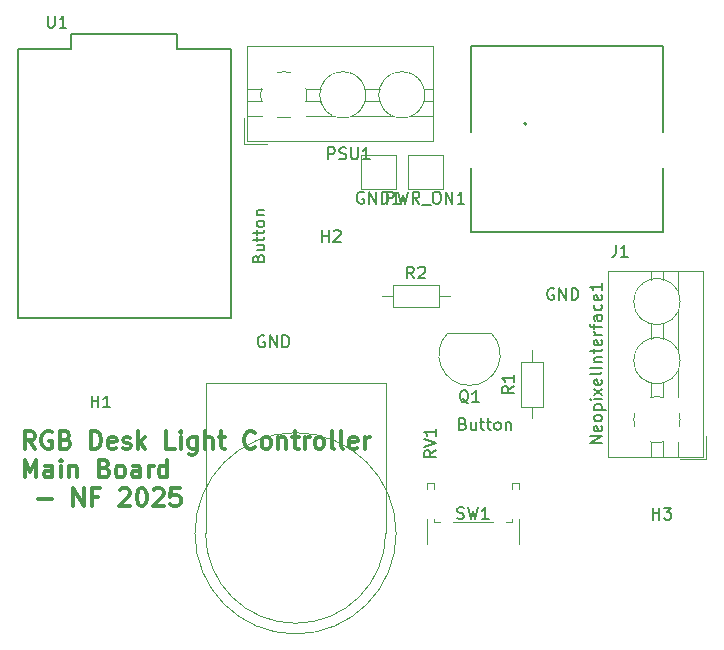
<source format=gbr>
%TF.GenerationSoftware,KiCad,Pcbnew,8.0.6*%
%TF.CreationDate,2025-03-17T22:04:28-06:00*%
%TF.ProjectId,Eli-Neopixel,456c692d-4e65-46f7-9069-78656c2e6b69,rev?*%
%TF.SameCoordinates,Original*%
%TF.FileFunction,Legend,Top*%
%TF.FilePolarity,Positive*%
%FSLAX46Y46*%
G04 Gerber Fmt 4.6, Leading zero omitted, Abs format (unit mm)*
G04 Created by KiCad (PCBNEW 8.0.6) date 2025-03-17 22:04:28*
%MOMM*%
%LPD*%
G01*
G04 APERTURE LIST*
%ADD10C,0.150000*%
%ADD11C,0.300000*%
%ADD12C,0.120000*%
%ADD13C,0.127000*%
%ADD14C,0.100000*%
%ADD15C,0.200000*%
G04 APERTURE END LIST*
D10*
X166860588Y-67417438D02*
X166765350Y-67369819D01*
X166765350Y-67369819D02*
X166622493Y-67369819D01*
X166622493Y-67369819D02*
X166479636Y-67417438D01*
X166479636Y-67417438D02*
X166384398Y-67512676D01*
X166384398Y-67512676D02*
X166336779Y-67607914D01*
X166336779Y-67607914D02*
X166289160Y-67798390D01*
X166289160Y-67798390D02*
X166289160Y-67941247D01*
X166289160Y-67941247D02*
X166336779Y-68131723D01*
X166336779Y-68131723D02*
X166384398Y-68226961D01*
X166384398Y-68226961D02*
X166479636Y-68322200D01*
X166479636Y-68322200D02*
X166622493Y-68369819D01*
X166622493Y-68369819D02*
X166717731Y-68369819D01*
X166717731Y-68369819D02*
X166860588Y-68322200D01*
X166860588Y-68322200D02*
X166908207Y-68274580D01*
X166908207Y-68274580D02*
X166908207Y-67941247D01*
X166908207Y-67941247D02*
X166717731Y-67941247D01*
X167336779Y-68369819D02*
X167336779Y-67369819D01*
X167336779Y-67369819D02*
X167908207Y-68369819D01*
X167908207Y-68369819D02*
X167908207Y-67369819D01*
X168384398Y-68369819D02*
X168384398Y-67369819D01*
X168384398Y-67369819D02*
X168622493Y-67369819D01*
X168622493Y-67369819D02*
X168765350Y-67417438D01*
X168765350Y-67417438D02*
X168860588Y-67512676D01*
X168860588Y-67512676D02*
X168908207Y-67607914D01*
X168908207Y-67607914D02*
X168955826Y-67798390D01*
X168955826Y-67798390D02*
X168955826Y-67941247D01*
X168955826Y-67941247D02*
X168908207Y-68131723D01*
X168908207Y-68131723D02*
X168860588Y-68226961D01*
X168860588Y-68226961D02*
X168765350Y-68322200D01*
X168765350Y-68322200D02*
X168622493Y-68369819D01*
X168622493Y-68369819D02*
X168384398Y-68369819D01*
D11*
X122911653Y-80970996D02*
X122411653Y-80256710D01*
X122054510Y-80970996D02*
X122054510Y-79470996D01*
X122054510Y-79470996D02*
X122625939Y-79470996D01*
X122625939Y-79470996D02*
X122768796Y-79542425D01*
X122768796Y-79542425D02*
X122840225Y-79613853D01*
X122840225Y-79613853D02*
X122911653Y-79756710D01*
X122911653Y-79756710D02*
X122911653Y-79970996D01*
X122911653Y-79970996D02*
X122840225Y-80113853D01*
X122840225Y-80113853D02*
X122768796Y-80185282D01*
X122768796Y-80185282D02*
X122625939Y-80256710D01*
X122625939Y-80256710D02*
X122054510Y-80256710D01*
X124340225Y-79542425D02*
X124197368Y-79470996D01*
X124197368Y-79470996D02*
X123983082Y-79470996D01*
X123983082Y-79470996D02*
X123768796Y-79542425D01*
X123768796Y-79542425D02*
X123625939Y-79685282D01*
X123625939Y-79685282D02*
X123554510Y-79828139D01*
X123554510Y-79828139D02*
X123483082Y-80113853D01*
X123483082Y-80113853D02*
X123483082Y-80328139D01*
X123483082Y-80328139D02*
X123554510Y-80613853D01*
X123554510Y-80613853D02*
X123625939Y-80756710D01*
X123625939Y-80756710D02*
X123768796Y-80899568D01*
X123768796Y-80899568D02*
X123983082Y-80970996D01*
X123983082Y-80970996D02*
X124125939Y-80970996D01*
X124125939Y-80970996D02*
X124340225Y-80899568D01*
X124340225Y-80899568D02*
X124411653Y-80828139D01*
X124411653Y-80828139D02*
X124411653Y-80328139D01*
X124411653Y-80328139D02*
X124125939Y-80328139D01*
X125554510Y-80185282D02*
X125768796Y-80256710D01*
X125768796Y-80256710D02*
X125840225Y-80328139D01*
X125840225Y-80328139D02*
X125911653Y-80470996D01*
X125911653Y-80470996D02*
X125911653Y-80685282D01*
X125911653Y-80685282D02*
X125840225Y-80828139D01*
X125840225Y-80828139D02*
X125768796Y-80899568D01*
X125768796Y-80899568D02*
X125625939Y-80970996D01*
X125625939Y-80970996D02*
X125054510Y-80970996D01*
X125054510Y-80970996D02*
X125054510Y-79470996D01*
X125054510Y-79470996D02*
X125554510Y-79470996D01*
X125554510Y-79470996D02*
X125697368Y-79542425D01*
X125697368Y-79542425D02*
X125768796Y-79613853D01*
X125768796Y-79613853D02*
X125840225Y-79756710D01*
X125840225Y-79756710D02*
X125840225Y-79899568D01*
X125840225Y-79899568D02*
X125768796Y-80042425D01*
X125768796Y-80042425D02*
X125697368Y-80113853D01*
X125697368Y-80113853D02*
X125554510Y-80185282D01*
X125554510Y-80185282D02*
X125054510Y-80185282D01*
X127697367Y-80970996D02*
X127697367Y-79470996D01*
X127697367Y-79470996D02*
X128054510Y-79470996D01*
X128054510Y-79470996D02*
X128268796Y-79542425D01*
X128268796Y-79542425D02*
X128411653Y-79685282D01*
X128411653Y-79685282D02*
X128483082Y-79828139D01*
X128483082Y-79828139D02*
X128554510Y-80113853D01*
X128554510Y-80113853D02*
X128554510Y-80328139D01*
X128554510Y-80328139D02*
X128483082Y-80613853D01*
X128483082Y-80613853D02*
X128411653Y-80756710D01*
X128411653Y-80756710D02*
X128268796Y-80899568D01*
X128268796Y-80899568D02*
X128054510Y-80970996D01*
X128054510Y-80970996D02*
X127697367Y-80970996D01*
X129768796Y-80899568D02*
X129625939Y-80970996D01*
X129625939Y-80970996D02*
X129340225Y-80970996D01*
X129340225Y-80970996D02*
X129197367Y-80899568D01*
X129197367Y-80899568D02*
X129125939Y-80756710D01*
X129125939Y-80756710D02*
X129125939Y-80185282D01*
X129125939Y-80185282D02*
X129197367Y-80042425D01*
X129197367Y-80042425D02*
X129340225Y-79970996D01*
X129340225Y-79970996D02*
X129625939Y-79970996D01*
X129625939Y-79970996D02*
X129768796Y-80042425D01*
X129768796Y-80042425D02*
X129840225Y-80185282D01*
X129840225Y-80185282D02*
X129840225Y-80328139D01*
X129840225Y-80328139D02*
X129125939Y-80470996D01*
X130411653Y-80899568D02*
X130554510Y-80970996D01*
X130554510Y-80970996D02*
X130840224Y-80970996D01*
X130840224Y-80970996D02*
X130983081Y-80899568D01*
X130983081Y-80899568D02*
X131054510Y-80756710D01*
X131054510Y-80756710D02*
X131054510Y-80685282D01*
X131054510Y-80685282D02*
X130983081Y-80542425D01*
X130983081Y-80542425D02*
X130840224Y-80470996D01*
X130840224Y-80470996D02*
X130625939Y-80470996D01*
X130625939Y-80470996D02*
X130483081Y-80399568D01*
X130483081Y-80399568D02*
X130411653Y-80256710D01*
X130411653Y-80256710D02*
X130411653Y-80185282D01*
X130411653Y-80185282D02*
X130483081Y-80042425D01*
X130483081Y-80042425D02*
X130625939Y-79970996D01*
X130625939Y-79970996D02*
X130840224Y-79970996D01*
X130840224Y-79970996D02*
X130983081Y-80042425D01*
X131697367Y-80970996D02*
X131697367Y-79470996D01*
X131840225Y-80399568D02*
X132268796Y-80970996D01*
X132268796Y-79970996D02*
X131697367Y-80542425D01*
X134768796Y-80970996D02*
X134054510Y-80970996D01*
X134054510Y-80970996D02*
X134054510Y-79470996D01*
X135268796Y-80970996D02*
X135268796Y-79970996D01*
X135268796Y-79470996D02*
X135197368Y-79542425D01*
X135197368Y-79542425D02*
X135268796Y-79613853D01*
X135268796Y-79613853D02*
X135340225Y-79542425D01*
X135340225Y-79542425D02*
X135268796Y-79470996D01*
X135268796Y-79470996D02*
X135268796Y-79613853D01*
X136625940Y-79970996D02*
X136625940Y-81185282D01*
X136625940Y-81185282D02*
X136554511Y-81328139D01*
X136554511Y-81328139D02*
X136483082Y-81399568D01*
X136483082Y-81399568D02*
X136340225Y-81470996D01*
X136340225Y-81470996D02*
X136125940Y-81470996D01*
X136125940Y-81470996D02*
X135983082Y-81399568D01*
X136625940Y-80899568D02*
X136483082Y-80970996D01*
X136483082Y-80970996D02*
X136197368Y-80970996D01*
X136197368Y-80970996D02*
X136054511Y-80899568D01*
X136054511Y-80899568D02*
X135983082Y-80828139D01*
X135983082Y-80828139D02*
X135911654Y-80685282D01*
X135911654Y-80685282D02*
X135911654Y-80256710D01*
X135911654Y-80256710D02*
X135983082Y-80113853D01*
X135983082Y-80113853D02*
X136054511Y-80042425D01*
X136054511Y-80042425D02*
X136197368Y-79970996D01*
X136197368Y-79970996D02*
X136483082Y-79970996D01*
X136483082Y-79970996D02*
X136625940Y-80042425D01*
X137340225Y-80970996D02*
X137340225Y-79470996D01*
X137983083Y-80970996D02*
X137983083Y-80185282D01*
X137983083Y-80185282D02*
X137911654Y-80042425D01*
X137911654Y-80042425D02*
X137768797Y-79970996D01*
X137768797Y-79970996D02*
X137554511Y-79970996D01*
X137554511Y-79970996D02*
X137411654Y-80042425D01*
X137411654Y-80042425D02*
X137340225Y-80113853D01*
X138483083Y-79970996D02*
X139054511Y-79970996D01*
X138697368Y-79470996D02*
X138697368Y-80756710D01*
X138697368Y-80756710D02*
X138768797Y-80899568D01*
X138768797Y-80899568D02*
X138911654Y-80970996D01*
X138911654Y-80970996D02*
X139054511Y-80970996D01*
X141554511Y-80828139D02*
X141483083Y-80899568D01*
X141483083Y-80899568D02*
X141268797Y-80970996D01*
X141268797Y-80970996D02*
X141125940Y-80970996D01*
X141125940Y-80970996D02*
X140911654Y-80899568D01*
X140911654Y-80899568D02*
X140768797Y-80756710D01*
X140768797Y-80756710D02*
X140697368Y-80613853D01*
X140697368Y-80613853D02*
X140625940Y-80328139D01*
X140625940Y-80328139D02*
X140625940Y-80113853D01*
X140625940Y-80113853D02*
X140697368Y-79828139D01*
X140697368Y-79828139D02*
X140768797Y-79685282D01*
X140768797Y-79685282D02*
X140911654Y-79542425D01*
X140911654Y-79542425D02*
X141125940Y-79470996D01*
X141125940Y-79470996D02*
X141268797Y-79470996D01*
X141268797Y-79470996D02*
X141483083Y-79542425D01*
X141483083Y-79542425D02*
X141554511Y-79613853D01*
X142411654Y-80970996D02*
X142268797Y-80899568D01*
X142268797Y-80899568D02*
X142197368Y-80828139D01*
X142197368Y-80828139D02*
X142125940Y-80685282D01*
X142125940Y-80685282D02*
X142125940Y-80256710D01*
X142125940Y-80256710D02*
X142197368Y-80113853D01*
X142197368Y-80113853D02*
X142268797Y-80042425D01*
X142268797Y-80042425D02*
X142411654Y-79970996D01*
X142411654Y-79970996D02*
X142625940Y-79970996D01*
X142625940Y-79970996D02*
X142768797Y-80042425D01*
X142768797Y-80042425D02*
X142840226Y-80113853D01*
X142840226Y-80113853D02*
X142911654Y-80256710D01*
X142911654Y-80256710D02*
X142911654Y-80685282D01*
X142911654Y-80685282D02*
X142840226Y-80828139D01*
X142840226Y-80828139D02*
X142768797Y-80899568D01*
X142768797Y-80899568D02*
X142625940Y-80970996D01*
X142625940Y-80970996D02*
X142411654Y-80970996D01*
X143554511Y-79970996D02*
X143554511Y-80970996D01*
X143554511Y-80113853D02*
X143625940Y-80042425D01*
X143625940Y-80042425D02*
X143768797Y-79970996D01*
X143768797Y-79970996D02*
X143983083Y-79970996D01*
X143983083Y-79970996D02*
X144125940Y-80042425D01*
X144125940Y-80042425D02*
X144197369Y-80185282D01*
X144197369Y-80185282D02*
X144197369Y-80970996D01*
X144697369Y-79970996D02*
X145268797Y-79970996D01*
X144911654Y-79470996D02*
X144911654Y-80756710D01*
X144911654Y-80756710D02*
X144983083Y-80899568D01*
X144983083Y-80899568D02*
X145125940Y-80970996D01*
X145125940Y-80970996D02*
X145268797Y-80970996D01*
X145768797Y-80970996D02*
X145768797Y-79970996D01*
X145768797Y-80256710D02*
X145840226Y-80113853D01*
X145840226Y-80113853D02*
X145911655Y-80042425D01*
X145911655Y-80042425D02*
X146054512Y-79970996D01*
X146054512Y-79970996D02*
X146197369Y-79970996D01*
X146911654Y-80970996D02*
X146768797Y-80899568D01*
X146768797Y-80899568D02*
X146697368Y-80828139D01*
X146697368Y-80828139D02*
X146625940Y-80685282D01*
X146625940Y-80685282D02*
X146625940Y-80256710D01*
X146625940Y-80256710D02*
X146697368Y-80113853D01*
X146697368Y-80113853D02*
X146768797Y-80042425D01*
X146768797Y-80042425D02*
X146911654Y-79970996D01*
X146911654Y-79970996D02*
X147125940Y-79970996D01*
X147125940Y-79970996D02*
X147268797Y-80042425D01*
X147268797Y-80042425D02*
X147340226Y-80113853D01*
X147340226Y-80113853D02*
X147411654Y-80256710D01*
X147411654Y-80256710D02*
X147411654Y-80685282D01*
X147411654Y-80685282D02*
X147340226Y-80828139D01*
X147340226Y-80828139D02*
X147268797Y-80899568D01*
X147268797Y-80899568D02*
X147125940Y-80970996D01*
X147125940Y-80970996D02*
X146911654Y-80970996D01*
X148268797Y-80970996D02*
X148125940Y-80899568D01*
X148125940Y-80899568D02*
X148054511Y-80756710D01*
X148054511Y-80756710D02*
X148054511Y-79470996D01*
X149054511Y-80970996D02*
X148911654Y-80899568D01*
X148911654Y-80899568D02*
X148840225Y-80756710D01*
X148840225Y-80756710D02*
X148840225Y-79470996D01*
X150197368Y-80899568D02*
X150054511Y-80970996D01*
X150054511Y-80970996D02*
X149768797Y-80970996D01*
X149768797Y-80970996D02*
X149625939Y-80899568D01*
X149625939Y-80899568D02*
X149554511Y-80756710D01*
X149554511Y-80756710D02*
X149554511Y-80185282D01*
X149554511Y-80185282D02*
X149625939Y-80042425D01*
X149625939Y-80042425D02*
X149768797Y-79970996D01*
X149768797Y-79970996D02*
X150054511Y-79970996D01*
X150054511Y-79970996D02*
X150197368Y-80042425D01*
X150197368Y-80042425D02*
X150268797Y-80185282D01*
X150268797Y-80185282D02*
X150268797Y-80328139D01*
X150268797Y-80328139D02*
X149554511Y-80470996D01*
X150911653Y-80970996D02*
X150911653Y-79970996D01*
X150911653Y-80256710D02*
X150983082Y-80113853D01*
X150983082Y-80113853D02*
X151054511Y-80042425D01*
X151054511Y-80042425D02*
X151197368Y-79970996D01*
X151197368Y-79970996D02*
X151340225Y-79970996D01*
X122054510Y-83385912D02*
X122054510Y-81885912D01*
X122054510Y-81885912D02*
X122554510Y-82957341D01*
X122554510Y-82957341D02*
X123054510Y-81885912D01*
X123054510Y-81885912D02*
X123054510Y-83385912D01*
X124411654Y-83385912D02*
X124411654Y-82600198D01*
X124411654Y-82600198D02*
X124340225Y-82457341D01*
X124340225Y-82457341D02*
X124197368Y-82385912D01*
X124197368Y-82385912D02*
X123911654Y-82385912D01*
X123911654Y-82385912D02*
X123768796Y-82457341D01*
X124411654Y-83314484D02*
X124268796Y-83385912D01*
X124268796Y-83385912D02*
X123911654Y-83385912D01*
X123911654Y-83385912D02*
X123768796Y-83314484D01*
X123768796Y-83314484D02*
X123697368Y-83171626D01*
X123697368Y-83171626D02*
X123697368Y-83028769D01*
X123697368Y-83028769D02*
X123768796Y-82885912D01*
X123768796Y-82885912D02*
X123911654Y-82814484D01*
X123911654Y-82814484D02*
X124268796Y-82814484D01*
X124268796Y-82814484D02*
X124411654Y-82743055D01*
X125125939Y-83385912D02*
X125125939Y-82385912D01*
X125125939Y-81885912D02*
X125054511Y-81957341D01*
X125054511Y-81957341D02*
X125125939Y-82028769D01*
X125125939Y-82028769D02*
X125197368Y-81957341D01*
X125197368Y-81957341D02*
X125125939Y-81885912D01*
X125125939Y-81885912D02*
X125125939Y-82028769D01*
X125840225Y-82385912D02*
X125840225Y-83385912D01*
X125840225Y-82528769D02*
X125911654Y-82457341D01*
X125911654Y-82457341D02*
X126054511Y-82385912D01*
X126054511Y-82385912D02*
X126268797Y-82385912D01*
X126268797Y-82385912D02*
X126411654Y-82457341D01*
X126411654Y-82457341D02*
X126483083Y-82600198D01*
X126483083Y-82600198D02*
X126483083Y-83385912D01*
X128840225Y-82600198D02*
X129054511Y-82671626D01*
X129054511Y-82671626D02*
X129125940Y-82743055D01*
X129125940Y-82743055D02*
X129197368Y-82885912D01*
X129197368Y-82885912D02*
X129197368Y-83100198D01*
X129197368Y-83100198D02*
X129125940Y-83243055D01*
X129125940Y-83243055D02*
X129054511Y-83314484D01*
X129054511Y-83314484D02*
X128911654Y-83385912D01*
X128911654Y-83385912D02*
X128340225Y-83385912D01*
X128340225Y-83385912D02*
X128340225Y-81885912D01*
X128340225Y-81885912D02*
X128840225Y-81885912D01*
X128840225Y-81885912D02*
X128983083Y-81957341D01*
X128983083Y-81957341D02*
X129054511Y-82028769D01*
X129054511Y-82028769D02*
X129125940Y-82171626D01*
X129125940Y-82171626D02*
X129125940Y-82314484D01*
X129125940Y-82314484D02*
X129054511Y-82457341D01*
X129054511Y-82457341D02*
X128983083Y-82528769D01*
X128983083Y-82528769D02*
X128840225Y-82600198D01*
X128840225Y-82600198D02*
X128340225Y-82600198D01*
X130054511Y-83385912D02*
X129911654Y-83314484D01*
X129911654Y-83314484D02*
X129840225Y-83243055D01*
X129840225Y-83243055D02*
X129768797Y-83100198D01*
X129768797Y-83100198D02*
X129768797Y-82671626D01*
X129768797Y-82671626D02*
X129840225Y-82528769D01*
X129840225Y-82528769D02*
X129911654Y-82457341D01*
X129911654Y-82457341D02*
X130054511Y-82385912D01*
X130054511Y-82385912D02*
X130268797Y-82385912D01*
X130268797Y-82385912D02*
X130411654Y-82457341D01*
X130411654Y-82457341D02*
X130483083Y-82528769D01*
X130483083Y-82528769D02*
X130554511Y-82671626D01*
X130554511Y-82671626D02*
X130554511Y-83100198D01*
X130554511Y-83100198D02*
X130483083Y-83243055D01*
X130483083Y-83243055D02*
X130411654Y-83314484D01*
X130411654Y-83314484D02*
X130268797Y-83385912D01*
X130268797Y-83385912D02*
X130054511Y-83385912D01*
X131840226Y-83385912D02*
X131840226Y-82600198D01*
X131840226Y-82600198D02*
X131768797Y-82457341D01*
X131768797Y-82457341D02*
X131625940Y-82385912D01*
X131625940Y-82385912D02*
X131340226Y-82385912D01*
X131340226Y-82385912D02*
X131197368Y-82457341D01*
X131840226Y-83314484D02*
X131697368Y-83385912D01*
X131697368Y-83385912D02*
X131340226Y-83385912D01*
X131340226Y-83385912D02*
X131197368Y-83314484D01*
X131197368Y-83314484D02*
X131125940Y-83171626D01*
X131125940Y-83171626D02*
X131125940Y-83028769D01*
X131125940Y-83028769D02*
X131197368Y-82885912D01*
X131197368Y-82885912D02*
X131340226Y-82814484D01*
X131340226Y-82814484D02*
X131697368Y-82814484D01*
X131697368Y-82814484D02*
X131840226Y-82743055D01*
X132554511Y-83385912D02*
X132554511Y-82385912D01*
X132554511Y-82671626D02*
X132625940Y-82528769D01*
X132625940Y-82528769D02*
X132697369Y-82457341D01*
X132697369Y-82457341D02*
X132840226Y-82385912D01*
X132840226Y-82385912D02*
X132983083Y-82385912D01*
X134125940Y-83385912D02*
X134125940Y-81885912D01*
X134125940Y-83314484D02*
X133983082Y-83385912D01*
X133983082Y-83385912D02*
X133697368Y-83385912D01*
X133697368Y-83385912D02*
X133554511Y-83314484D01*
X133554511Y-83314484D02*
X133483082Y-83243055D01*
X133483082Y-83243055D02*
X133411654Y-83100198D01*
X133411654Y-83100198D02*
X133411654Y-82671626D01*
X133411654Y-82671626D02*
X133483082Y-82528769D01*
X133483082Y-82528769D02*
X133554511Y-82457341D01*
X133554511Y-82457341D02*
X133697368Y-82385912D01*
X133697368Y-82385912D02*
X133983082Y-82385912D01*
X133983082Y-82385912D02*
X134125940Y-82457341D01*
X123197367Y-85229400D02*
X124340225Y-85229400D01*
X126197367Y-85800828D02*
X126197367Y-84300828D01*
X126197367Y-84300828D02*
X127054510Y-85800828D01*
X127054510Y-85800828D02*
X127054510Y-84300828D01*
X128268796Y-85015114D02*
X127768796Y-85015114D01*
X127768796Y-85800828D02*
X127768796Y-84300828D01*
X127768796Y-84300828D02*
X128483082Y-84300828D01*
X130125939Y-84443685D02*
X130197367Y-84372257D01*
X130197367Y-84372257D02*
X130340225Y-84300828D01*
X130340225Y-84300828D02*
X130697367Y-84300828D01*
X130697367Y-84300828D02*
X130840225Y-84372257D01*
X130840225Y-84372257D02*
X130911653Y-84443685D01*
X130911653Y-84443685D02*
X130983082Y-84586542D01*
X130983082Y-84586542D02*
X130983082Y-84729400D01*
X130983082Y-84729400D02*
X130911653Y-84943685D01*
X130911653Y-84943685D02*
X130054510Y-85800828D01*
X130054510Y-85800828D02*
X130983082Y-85800828D01*
X131911653Y-84300828D02*
X132054510Y-84300828D01*
X132054510Y-84300828D02*
X132197367Y-84372257D01*
X132197367Y-84372257D02*
X132268796Y-84443685D01*
X132268796Y-84443685D02*
X132340224Y-84586542D01*
X132340224Y-84586542D02*
X132411653Y-84872257D01*
X132411653Y-84872257D02*
X132411653Y-85229400D01*
X132411653Y-85229400D02*
X132340224Y-85515114D01*
X132340224Y-85515114D02*
X132268796Y-85657971D01*
X132268796Y-85657971D02*
X132197367Y-85729400D01*
X132197367Y-85729400D02*
X132054510Y-85800828D01*
X132054510Y-85800828D02*
X131911653Y-85800828D01*
X131911653Y-85800828D02*
X131768796Y-85729400D01*
X131768796Y-85729400D02*
X131697367Y-85657971D01*
X131697367Y-85657971D02*
X131625938Y-85515114D01*
X131625938Y-85515114D02*
X131554510Y-85229400D01*
X131554510Y-85229400D02*
X131554510Y-84872257D01*
X131554510Y-84872257D02*
X131625938Y-84586542D01*
X131625938Y-84586542D02*
X131697367Y-84443685D01*
X131697367Y-84443685D02*
X131768796Y-84372257D01*
X131768796Y-84372257D02*
X131911653Y-84300828D01*
X132983081Y-84443685D02*
X133054509Y-84372257D01*
X133054509Y-84372257D02*
X133197367Y-84300828D01*
X133197367Y-84300828D02*
X133554509Y-84300828D01*
X133554509Y-84300828D02*
X133697367Y-84372257D01*
X133697367Y-84372257D02*
X133768795Y-84443685D01*
X133768795Y-84443685D02*
X133840224Y-84586542D01*
X133840224Y-84586542D02*
X133840224Y-84729400D01*
X133840224Y-84729400D02*
X133768795Y-84943685D01*
X133768795Y-84943685D02*
X132911652Y-85800828D01*
X132911652Y-85800828D02*
X133840224Y-85800828D01*
X135197366Y-84300828D02*
X134483080Y-84300828D01*
X134483080Y-84300828D02*
X134411652Y-85015114D01*
X134411652Y-85015114D02*
X134483080Y-84943685D01*
X134483080Y-84943685D02*
X134625938Y-84872257D01*
X134625938Y-84872257D02*
X134983080Y-84872257D01*
X134983080Y-84872257D02*
X135125938Y-84943685D01*
X135125938Y-84943685D02*
X135197366Y-85015114D01*
X135197366Y-85015114D02*
X135268795Y-85157971D01*
X135268795Y-85157971D02*
X135268795Y-85515114D01*
X135268795Y-85515114D02*
X135197366Y-85657971D01*
X135197366Y-85657971D02*
X135125938Y-85729400D01*
X135125938Y-85729400D02*
X134983080Y-85800828D01*
X134983080Y-85800828D02*
X134625938Y-85800828D01*
X134625938Y-85800828D02*
X134483080Y-85729400D01*
X134483080Y-85729400D02*
X134411652Y-85657971D01*
D10*
X159170112Y-78846009D02*
X159312969Y-78893628D01*
X159312969Y-78893628D02*
X159360588Y-78941247D01*
X159360588Y-78941247D02*
X159408207Y-79036485D01*
X159408207Y-79036485D02*
X159408207Y-79179342D01*
X159408207Y-79179342D02*
X159360588Y-79274580D01*
X159360588Y-79274580D02*
X159312969Y-79322200D01*
X159312969Y-79322200D02*
X159217731Y-79369819D01*
X159217731Y-79369819D02*
X158836779Y-79369819D01*
X158836779Y-79369819D02*
X158836779Y-78369819D01*
X158836779Y-78369819D02*
X159170112Y-78369819D01*
X159170112Y-78369819D02*
X159265350Y-78417438D01*
X159265350Y-78417438D02*
X159312969Y-78465057D01*
X159312969Y-78465057D02*
X159360588Y-78560295D01*
X159360588Y-78560295D02*
X159360588Y-78655533D01*
X159360588Y-78655533D02*
X159312969Y-78750771D01*
X159312969Y-78750771D02*
X159265350Y-78798390D01*
X159265350Y-78798390D02*
X159170112Y-78846009D01*
X159170112Y-78846009D02*
X158836779Y-78846009D01*
X160265350Y-78703152D02*
X160265350Y-79369819D01*
X159836779Y-78703152D02*
X159836779Y-79226961D01*
X159836779Y-79226961D02*
X159884398Y-79322200D01*
X159884398Y-79322200D02*
X159979636Y-79369819D01*
X159979636Y-79369819D02*
X160122493Y-79369819D01*
X160122493Y-79369819D02*
X160217731Y-79322200D01*
X160217731Y-79322200D02*
X160265350Y-79274580D01*
X160598684Y-78703152D02*
X160979636Y-78703152D01*
X160741541Y-78369819D02*
X160741541Y-79226961D01*
X160741541Y-79226961D02*
X160789160Y-79322200D01*
X160789160Y-79322200D02*
X160884398Y-79369819D01*
X160884398Y-79369819D02*
X160979636Y-79369819D01*
X161170113Y-78703152D02*
X161551065Y-78703152D01*
X161312970Y-78369819D02*
X161312970Y-79226961D01*
X161312970Y-79226961D02*
X161360589Y-79322200D01*
X161360589Y-79322200D02*
X161455827Y-79369819D01*
X161455827Y-79369819D02*
X161551065Y-79369819D01*
X162027256Y-79369819D02*
X161932018Y-79322200D01*
X161932018Y-79322200D02*
X161884399Y-79274580D01*
X161884399Y-79274580D02*
X161836780Y-79179342D01*
X161836780Y-79179342D02*
X161836780Y-78893628D01*
X161836780Y-78893628D02*
X161884399Y-78798390D01*
X161884399Y-78798390D02*
X161932018Y-78750771D01*
X161932018Y-78750771D02*
X162027256Y-78703152D01*
X162027256Y-78703152D02*
X162170113Y-78703152D01*
X162170113Y-78703152D02*
X162265351Y-78750771D01*
X162265351Y-78750771D02*
X162312970Y-78798390D01*
X162312970Y-78798390D02*
X162360589Y-78893628D01*
X162360589Y-78893628D02*
X162360589Y-79179342D01*
X162360589Y-79179342D02*
X162312970Y-79274580D01*
X162312970Y-79274580D02*
X162265351Y-79322200D01*
X162265351Y-79322200D02*
X162170113Y-79369819D01*
X162170113Y-79369819D02*
X162027256Y-79369819D01*
X162789161Y-78703152D02*
X162789161Y-79369819D01*
X162789161Y-78798390D02*
X162836780Y-78750771D01*
X162836780Y-78750771D02*
X162932018Y-78703152D01*
X162932018Y-78703152D02*
X163074875Y-78703152D01*
X163074875Y-78703152D02*
X163170113Y-78750771D01*
X163170113Y-78750771D02*
X163217732Y-78846009D01*
X163217732Y-78846009D02*
X163217732Y-79369819D01*
X142360588Y-71417438D02*
X142265350Y-71369819D01*
X142265350Y-71369819D02*
X142122493Y-71369819D01*
X142122493Y-71369819D02*
X141979636Y-71417438D01*
X141979636Y-71417438D02*
X141884398Y-71512676D01*
X141884398Y-71512676D02*
X141836779Y-71607914D01*
X141836779Y-71607914D02*
X141789160Y-71798390D01*
X141789160Y-71798390D02*
X141789160Y-71941247D01*
X141789160Y-71941247D02*
X141836779Y-72131723D01*
X141836779Y-72131723D02*
X141884398Y-72226961D01*
X141884398Y-72226961D02*
X141979636Y-72322200D01*
X141979636Y-72322200D02*
X142122493Y-72369819D01*
X142122493Y-72369819D02*
X142217731Y-72369819D01*
X142217731Y-72369819D02*
X142360588Y-72322200D01*
X142360588Y-72322200D02*
X142408207Y-72274580D01*
X142408207Y-72274580D02*
X142408207Y-71941247D01*
X142408207Y-71941247D02*
X142217731Y-71941247D01*
X142836779Y-72369819D02*
X142836779Y-71369819D01*
X142836779Y-71369819D02*
X143408207Y-72369819D01*
X143408207Y-72369819D02*
X143408207Y-71369819D01*
X143884398Y-72369819D02*
X143884398Y-71369819D01*
X143884398Y-71369819D02*
X144122493Y-71369819D01*
X144122493Y-71369819D02*
X144265350Y-71417438D01*
X144265350Y-71417438D02*
X144360588Y-71512676D01*
X144360588Y-71512676D02*
X144408207Y-71607914D01*
X144408207Y-71607914D02*
X144455826Y-71798390D01*
X144455826Y-71798390D02*
X144455826Y-71941247D01*
X144455826Y-71941247D02*
X144408207Y-72131723D01*
X144408207Y-72131723D02*
X144360588Y-72226961D01*
X144360588Y-72226961D02*
X144265350Y-72322200D01*
X144265350Y-72322200D02*
X144122493Y-72369819D01*
X144122493Y-72369819D02*
X143884398Y-72369819D01*
X141846009Y-64829887D02*
X141893628Y-64687030D01*
X141893628Y-64687030D02*
X141941247Y-64639411D01*
X141941247Y-64639411D02*
X142036485Y-64591792D01*
X142036485Y-64591792D02*
X142179342Y-64591792D01*
X142179342Y-64591792D02*
X142274580Y-64639411D01*
X142274580Y-64639411D02*
X142322200Y-64687030D01*
X142322200Y-64687030D02*
X142369819Y-64782268D01*
X142369819Y-64782268D02*
X142369819Y-65163220D01*
X142369819Y-65163220D02*
X141369819Y-65163220D01*
X141369819Y-65163220D02*
X141369819Y-64829887D01*
X141369819Y-64829887D02*
X141417438Y-64734649D01*
X141417438Y-64734649D02*
X141465057Y-64687030D01*
X141465057Y-64687030D02*
X141560295Y-64639411D01*
X141560295Y-64639411D02*
X141655533Y-64639411D01*
X141655533Y-64639411D02*
X141750771Y-64687030D01*
X141750771Y-64687030D02*
X141798390Y-64734649D01*
X141798390Y-64734649D02*
X141846009Y-64829887D01*
X141846009Y-64829887D02*
X141846009Y-65163220D01*
X141703152Y-63734649D02*
X142369819Y-63734649D01*
X141703152Y-64163220D02*
X142226961Y-64163220D01*
X142226961Y-64163220D02*
X142322200Y-64115601D01*
X142322200Y-64115601D02*
X142369819Y-64020363D01*
X142369819Y-64020363D02*
X142369819Y-63877506D01*
X142369819Y-63877506D02*
X142322200Y-63782268D01*
X142322200Y-63782268D02*
X142274580Y-63734649D01*
X141703152Y-63401315D02*
X141703152Y-63020363D01*
X141369819Y-63258458D02*
X142226961Y-63258458D01*
X142226961Y-63258458D02*
X142322200Y-63210839D01*
X142322200Y-63210839D02*
X142369819Y-63115601D01*
X142369819Y-63115601D02*
X142369819Y-63020363D01*
X141703152Y-62829886D02*
X141703152Y-62448934D01*
X141369819Y-62687029D02*
X142226961Y-62687029D01*
X142226961Y-62687029D02*
X142322200Y-62639410D01*
X142322200Y-62639410D02*
X142369819Y-62544172D01*
X142369819Y-62544172D02*
X142369819Y-62448934D01*
X142369819Y-61972743D02*
X142322200Y-62067981D01*
X142322200Y-62067981D02*
X142274580Y-62115600D01*
X142274580Y-62115600D02*
X142179342Y-62163219D01*
X142179342Y-62163219D02*
X141893628Y-62163219D01*
X141893628Y-62163219D02*
X141798390Y-62115600D01*
X141798390Y-62115600D02*
X141750771Y-62067981D01*
X141750771Y-62067981D02*
X141703152Y-61972743D01*
X141703152Y-61972743D02*
X141703152Y-61829886D01*
X141703152Y-61829886D02*
X141750771Y-61734648D01*
X141750771Y-61734648D02*
X141798390Y-61687029D01*
X141798390Y-61687029D02*
X141893628Y-61639410D01*
X141893628Y-61639410D02*
X142179342Y-61639410D01*
X142179342Y-61639410D02*
X142274580Y-61687029D01*
X142274580Y-61687029D02*
X142322200Y-61734648D01*
X142322200Y-61734648D02*
X142369819Y-61829886D01*
X142369819Y-61829886D02*
X142369819Y-61972743D01*
X141703152Y-61210838D02*
X142369819Y-61210838D01*
X141798390Y-61210838D02*
X141750771Y-61163219D01*
X141750771Y-61163219D02*
X141703152Y-61067981D01*
X141703152Y-61067981D02*
X141703152Y-60925124D01*
X141703152Y-60925124D02*
X141750771Y-60829886D01*
X141750771Y-60829886D02*
X141846009Y-60782267D01*
X141846009Y-60782267D02*
X142369819Y-60782267D01*
X158691667Y-86864700D02*
X158834524Y-86912319D01*
X158834524Y-86912319D02*
X159072619Y-86912319D01*
X159072619Y-86912319D02*
X159167857Y-86864700D01*
X159167857Y-86864700D02*
X159215476Y-86817080D01*
X159215476Y-86817080D02*
X159263095Y-86721842D01*
X159263095Y-86721842D02*
X159263095Y-86626604D01*
X159263095Y-86626604D02*
X159215476Y-86531366D01*
X159215476Y-86531366D02*
X159167857Y-86483747D01*
X159167857Y-86483747D02*
X159072619Y-86436128D01*
X159072619Y-86436128D02*
X158882143Y-86388509D01*
X158882143Y-86388509D02*
X158786905Y-86340890D01*
X158786905Y-86340890D02*
X158739286Y-86293271D01*
X158739286Y-86293271D02*
X158691667Y-86198033D01*
X158691667Y-86198033D02*
X158691667Y-86102795D01*
X158691667Y-86102795D02*
X158739286Y-86007557D01*
X158739286Y-86007557D02*
X158786905Y-85959938D01*
X158786905Y-85959938D02*
X158882143Y-85912319D01*
X158882143Y-85912319D02*
X159120238Y-85912319D01*
X159120238Y-85912319D02*
X159263095Y-85959938D01*
X159596429Y-85912319D02*
X159834524Y-86912319D01*
X159834524Y-86912319D02*
X160025000Y-86198033D01*
X160025000Y-86198033D02*
X160215476Y-86912319D01*
X160215476Y-86912319D02*
X160453572Y-85912319D01*
X161358333Y-86912319D02*
X160786905Y-86912319D01*
X161072619Y-86912319D02*
X161072619Y-85912319D01*
X161072619Y-85912319D02*
X160977381Y-86055176D01*
X160977381Y-86055176D02*
X160882143Y-86150414D01*
X160882143Y-86150414D02*
X160786905Y-86198033D01*
X152761905Y-60204819D02*
X152761905Y-59204819D01*
X152761905Y-59204819D02*
X153142857Y-59204819D01*
X153142857Y-59204819D02*
X153238095Y-59252438D01*
X153238095Y-59252438D02*
X153285714Y-59300057D01*
X153285714Y-59300057D02*
X153333333Y-59395295D01*
X153333333Y-59395295D02*
X153333333Y-59538152D01*
X153333333Y-59538152D02*
X153285714Y-59633390D01*
X153285714Y-59633390D02*
X153238095Y-59681009D01*
X153238095Y-59681009D02*
X153142857Y-59728628D01*
X153142857Y-59728628D02*
X152761905Y-59728628D01*
X153666667Y-59204819D02*
X153904762Y-60204819D01*
X153904762Y-60204819D02*
X154095238Y-59490533D01*
X154095238Y-59490533D02*
X154285714Y-60204819D01*
X154285714Y-60204819D02*
X154523810Y-59204819D01*
X155476190Y-60204819D02*
X155142857Y-59728628D01*
X154904762Y-60204819D02*
X154904762Y-59204819D01*
X154904762Y-59204819D02*
X155285714Y-59204819D01*
X155285714Y-59204819D02*
X155380952Y-59252438D01*
X155380952Y-59252438D02*
X155428571Y-59300057D01*
X155428571Y-59300057D02*
X155476190Y-59395295D01*
X155476190Y-59395295D02*
X155476190Y-59538152D01*
X155476190Y-59538152D02*
X155428571Y-59633390D01*
X155428571Y-59633390D02*
X155380952Y-59681009D01*
X155380952Y-59681009D02*
X155285714Y-59728628D01*
X155285714Y-59728628D02*
X154904762Y-59728628D01*
X155666667Y-60300057D02*
X156428571Y-60300057D01*
X156857143Y-59204819D02*
X157047619Y-59204819D01*
X157047619Y-59204819D02*
X157142857Y-59252438D01*
X157142857Y-59252438D02*
X157238095Y-59347676D01*
X157238095Y-59347676D02*
X157285714Y-59538152D01*
X157285714Y-59538152D02*
X157285714Y-59871485D01*
X157285714Y-59871485D02*
X157238095Y-60061961D01*
X157238095Y-60061961D02*
X157142857Y-60157200D01*
X157142857Y-60157200D02*
X157047619Y-60204819D01*
X157047619Y-60204819D02*
X156857143Y-60204819D01*
X156857143Y-60204819D02*
X156761905Y-60157200D01*
X156761905Y-60157200D02*
X156666667Y-60061961D01*
X156666667Y-60061961D02*
X156619048Y-59871485D01*
X156619048Y-59871485D02*
X156619048Y-59538152D01*
X156619048Y-59538152D02*
X156666667Y-59347676D01*
X156666667Y-59347676D02*
X156761905Y-59252438D01*
X156761905Y-59252438D02*
X156857143Y-59204819D01*
X157714286Y-60204819D02*
X157714286Y-59204819D01*
X157714286Y-59204819D02*
X158285714Y-60204819D01*
X158285714Y-60204819D02*
X158285714Y-59204819D01*
X159285714Y-60204819D02*
X158714286Y-60204819D01*
X159000000Y-60204819D02*
X159000000Y-59204819D01*
X159000000Y-59204819D02*
X158904762Y-59347676D01*
X158904762Y-59347676D02*
X158809524Y-59442914D01*
X158809524Y-59442914D02*
X158714286Y-59490533D01*
X124023095Y-44302319D02*
X124023095Y-45111842D01*
X124023095Y-45111842D02*
X124070714Y-45207080D01*
X124070714Y-45207080D02*
X124118333Y-45254700D01*
X124118333Y-45254700D02*
X124213571Y-45302319D01*
X124213571Y-45302319D02*
X124404047Y-45302319D01*
X124404047Y-45302319D02*
X124499285Y-45254700D01*
X124499285Y-45254700D02*
X124546904Y-45207080D01*
X124546904Y-45207080D02*
X124594523Y-45111842D01*
X124594523Y-45111842D02*
X124594523Y-44302319D01*
X125594523Y-45302319D02*
X125023095Y-45302319D01*
X125308809Y-45302319D02*
X125308809Y-44302319D01*
X125308809Y-44302319D02*
X125213571Y-44445176D01*
X125213571Y-44445176D02*
X125118333Y-44540414D01*
X125118333Y-44540414D02*
X125023095Y-44588033D01*
X170929819Y-80488095D02*
X169929819Y-80488095D01*
X169929819Y-80488095D02*
X170929819Y-79916667D01*
X170929819Y-79916667D02*
X169929819Y-79916667D01*
X170882200Y-79059524D02*
X170929819Y-79154762D01*
X170929819Y-79154762D02*
X170929819Y-79345238D01*
X170929819Y-79345238D02*
X170882200Y-79440476D01*
X170882200Y-79440476D02*
X170786961Y-79488095D01*
X170786961Y-79488095D02*
X170406009Y-79488095D01*
X170406009Y-79488095D02*
X170310771Y-79440476D01*
X170310771Y-79440476D02*
X170263152Y-79345238D01*
X170263152Y-79345238D02*
X170263152Y-79154762D01*
X170263152Y-79154762D02*
X170310771Y-79059524D01*
X170310771Y-79059524D02*
X170406009Y-79011905D01*
X170406009Y-79011905D02*
X170501247Y-79011905D01*
X170501247Y-79011905D02*
X170596485Y-79488095D01*
X170929819Y-78440476D02*
X170882200Y-78535714D01*
X170882200Y-78535714D02*
X170834580Y-78583333D01*
X170834580Y-78583333D02*
X170739342Y-78630952D01*
X170739342Y-78630952D02*
X170453628Y-78630952D01*
X170453628Y-78630952D02*
X170358390Y-78583333D01*
X170358390Y-78583333D02*
X170310771Y-78535714D01*
X170310771Y-78535714D02*
X170263152Y-78440476D01*
X170263152Y-78440476D02*
X170263152Y-78297619D01*
X170263152Y-78297619D02*
X170310771Y-78202381D01*
X170310771Y-78202381D02*
X170358390Y-78154762D01*
X170358390Y-78154762D02*
X170453628Y-78107143D01*
X170453628Y-78107143D02*
X170739342Y-78107143D01*
X170739342Y-78107143D02*
X170834580Y-78154762D01*
X170834580Y-78154762D02*
X170882200Y-78202381D01*
X170882200Y-78202381D02*
X170929819Y-78297619D01*
X170929819Y-78297619D02*
X170929819Y-78440476D01*
X170263152Y-77678571D02*
X171263152Y-77678571D01*
X170310771Y-77678571D02*
X170263152Y-77583333D01*
X170263152Y-77583333D02*
X170263152Y-77392857D01*
X170263152Y-77392857D02*
X170310771Y-77297619D01*
X170310771Y-77297619D02*
X170358390Y-77250000D01*
X170358390Y-77250000D02*
X170453628Y-77202381D01*
X170453628Y-77202381D02*
X170739342Y-77202381D01*
X170739342Y-77202381D02*
X170834580Y-77250000D01*
X170834580Y-77250000D02*
X170882200Y-77297619D01*
X170882200Y-77297619D02*
X170929819Y-77392857D01*
X170929819Y-77392857D02*
X170929819Y-77583333D01*
X170929819Y-77583333D02*
X170882200Y-77678571D01*
X170929819Y-76773809D02*
X170263152Y-76773809D01*
X169929819Y-76773809D02*
X169977438Y-76821428D01*
X169977438Y-76821428D02*
X170025057Y-76773809D01*
X170025057Y-76773809D02*
X169977438Y-76726190D01*
X169977438Y-76726190D02*
X169929819Y-76773809D01*
X169929819Y-76773809D02*
X170025057Y-76773809D01*
X170929819Y-76392857D02*
X170263152Y-75869048D01*
X170263152Y-76392857D02*
X170929819Y-75869048D01*
X170882200Y-75107143D02*
X170929819Y-75202381D01*
X170929819Y-75202381D02*
X170929819Y-75392857D01*
X170929819Y-75392857D02*
X170882200Y-75488095D01*
X170882200Y-75488095D02*
X170786961Y-75535714D01*
X170786961Y-75535714D02*
X170406009Y-75535714D01*
X170406009Y-75535714D02*
X170310771Y-75488095D01*
X170310771Y-75488095D02*
X170263152Y-75392857D01*
X170263152Y-75392857D02*
X170263152Y-75202381D01*
X170263152Y-75202381D02*
X170310771Y-75107143D01*
X170310771Y-75107143D02*
X170406009Y-75059524D01*
X170406009Y-75059524D02*
X170501247Y-75059524D01*
X170501247Y-75059524D02*
X170596485Y-75535714D01*
X170929819Y-74488095D02*
X170882200Y-74583333D01*
X170882200Y-74583333D02*
X170786961Y-74630952D01*
X170786961Y-74630952D02*
X169929819Y-74630952D01*
X170929819Y-74107142D02*
X169929819Y-74107142D01*
X170263152Y-73630952D02*
X170929819Y-73630952D01*
X170358390Y-73630952D02*
X170310771Y-73583333D01*
X170310771Y-73583333D02*
X170263152Y-73488095D01*
X170263152Y-73488095D02*
X170263152Y-73345238D01*
X170263152Y-73345238D02*
X170310771Y-73250000D01*
X170310771Y-73250000D02*
X170406009Y-73202381D01*
X170406009Y-73202381D02*
X170929819Y-73202381D01*
X170263152Y-72869047D02*
X170263152Y-72488095D01*
X169929819Y-72726190D02*
X170786961Y-72726190D01*
X170786961Y-72726190D02*
X170882200Y-72678571D01*
X170882200Y-72678571D02*
X170929819Y-72583333D01*
X170929819Y-72583333D02*
X170929819Y-72488095D01*
X170882200Y-71773809D02*
X170929819Y-71869047D01*
X170929819Y-71869047D02*
X170929819Y-72059523D01*
X170929819Y-72059523D02*
X170882200Y-72154761D01*
X170882200Y-72154761D02*
X170786961Y-72202380D01*
X170786961Y-72202380D02*
X170406009Y-72202380D01*
X170406009Y-72202380D02*
X170310771Y-72154761D01*
X170310771Y-72154761D02*
X170263152Y-72059523D01*
X170263152Y-72059523D02*
X170263152Y-71869047D01*
X170263152Y-71869047D02*
X170310771Y-71773809D01*
X170310771Y-71773809D02*
X170406009Y-71726190D01*
X170406009Y-71726190D02*
X170501247Y-71726190D01*
X170501247Y-71726190D02*
X170596485Y-72202380D01*
X170929819Y-71297618D02*
X170263152Y-71297618D01*
X170453628Y-71297618D02*
X170358390Y-71249999D01*
X170358390Y-71249999D02*
X170310771Y-71202380D01*
X170310771Y-71202380D02*
X170263152Y-71107142D01*
X170263152Y-71107142D02*
X170263152Y-71011904D01*
X170263152Y-70821427D02*
X170263152Y-70440475D01*
X170929819Y-70678570D02*
X170072676Y-70678570D01*
X170072676Y-70678570D02*
X169977438Y-70630951D01*
X169977438Y-70630951D02*
X169929819Y-70535713D01*
X169929819Y-70535713D02*
X169929819Y-70440475D01*
X170929819Y-69678570D02*
X170406009Y-69678570D01*
X170406009Y-69678570D02*
X170310771Y-69726189D01*
X170310771Y-69726189D02*
X170263152Y-69821427D01*
X170263152Y-69821427D02*
X170263152Y-70011903D01*
X170263152Y-70011903D02*
X170310771Y-70107141D01*
X170882200Y-69678570D02*
X170929819Y-69773808D01*
X170929819Y-69773808D02*
X170929819Y-70011903D01*
X170929819Y-70011903D02*
X170882200Y-70107141D01*
X170882200Y-70107141D02*
X170786961Y-70154760D01*
X170786961Y-70154760D02*
X170691723Y-70154760D01*
X170691723Y-70154760D02*
X170596485Y-70107141D01*
X170596485Y-70107141D02*
X170548866Y-70011903D01*
X170548866Y-70011903D02*
X170548866Y-69773808D01*
X170548866Y-69773808D02*
X170501247Y-69678570D01*
X170882200Y-68773808D02*
X170929819Y-68869046D01*
X170929819Y-68869046D02*
X170929819Y-69059522D01*
X170929819Y-69059522D02*
X170882200Y-69154760D01*
X170882200Y-69154760D02*
X170834580Y-69202379D01*
X170834580Y-69202379D02*
X170739342Y-69249998D01*
X170739342Y-69249998D02*
X170453628Y-69249998D01*
X170453628Y-69249998D02*
X170358390Y-69202379D01*
X170358390Y-69202379D02*
X170310771Y-69154760D01*
X170310771Y-69154760D02*
X170263152Y-69059522D01*
X170263152Y-69059522D02*
X170263152Y-68869046D01*
X170263152Y-68869046D02*
X170310771Y-68773808D01*
X170882200Y-67964284D02*
X170929819Y-68059522D01*
X170929819Y-68059522D02*
X170929819Y-68249998D01*
X170929819Y-68249998D02*
X170882200Y-68345236D01*
X170882200Y-68345236D02*
X170786961Y-68392855D01*
X170786961Y-68392855D02*
X170406009Y-68392855D01*
X170406009Y-68392855D02*
X170310771Y-68345236D01*
X170310771Y-68345236D02*
X170263152Y-68249998D01*
X170263152Y-68249998D02*
X170263152Y-68059522D01*
X170263152Y-68059522D02*
X170310771Y-67964284D01*
X170310771Y-67964284D02*
X170406009Y-67916665D01*
X170406009Y-67916665D02*
X170501247Y-67916665D01*
X170501247Y-67916665D02*
X170596485Y-68392855D01*
X170929819Y-66964284D02*
X170929819Y-67535712D01*
X170929819Y-67249998D02*
X169929819Y-67249998D01*
X169929819Y-67249998D02*
X170072676Y-67345236D01*
X170072676Y-67345236D02*
X170167914Y-67440474D01*
X170167914Y-67440474D02*
X170215533Y-67535712D01*
X163454819Y-75666666D02*
X162978628Y-75999999D01*
X163454819Y-76238094D02*
X162454819Y-76238094D01*
X162454819Y-76238094D02*
X162454819Y-75857142D01*
X162454819Y-75857142D02*
X162502438Y-75761904D01*
X162502438Y-75761904D02*
X162550057Y-75714285D01*
X162550057Y-75714285D02*
X162645295Y-75666666D01*
X162645295Y-75666666D02*
X162788152Y-75666666D01*
X162788152Y-75666666D02*
X162883390Y-75714285D01*
X162883390Y-75714285D02*
X162931009Y-75761904D01*
X162931009Y-75761904D02*
X162978628Y-75857142D01*
X162978628Y-75857142D02*
X162978628Y-76238094D01*
X163454819Y-74714285D02*
X163454819Y-75285713D01*
X163454819Y-74999999D02*
X162454819Y-74999999D01*
X162454819Y-74999999D02*
X162597676Y-75095237D01*
X162597676Y-75095237D02*
X162692914Y-75190475D01*
X162692914Y-75190475D02*
X162740533Y-75285713D01*
X127738095Y-77454819D02*
X127738095Y-76454819D01*
X127738095Y-76931009D02*
X128309523Y-76931009D01*
X128309523Y-77454819D02*
X128309523Y-76454819D01*
X129309523Y-77454819D02*
X128738095Y-77454819D01*
X129023809Y-77454819D02*
X129023809Y-76454819D01*
X129023809Y-76454819D02*
X128928571Y-76597676D01*
X128928571Y-76597676D02*
X128833333Y-76692914D01*
X128833333Y-76692914D02*
X128738095Y-76740533D01*
X147238095Y-63454819D02*
X147238095Y-62454819D01*
X147238095Y-62931009D02*
X147809523Y-62931009D01*
X147809523Y-63454819D02*
X147809523Y-62454819D01*
X148238095Y-62550057D02*
X148285714Y-62502438D01*
X148285714Y-62502438D02*
X148380952Y-62454819D01*
X148380952Y-62454819D02*
X148619047Y-62454819D01*
X148619047Y-62454819D02*
X148714285Y-62502438D01*
X148714285Y-62502438D02*
X148761904Y-62550057D01*
X148761904Y-62550057D02*
X148809523Y-62645295D01*
X148809523Y-62645295D02*
X148809523Y-62740533D01*
X148809523Y-62740533D02*
X148761904Y-62883390D01*
X148761904Y-62883390D02*
X148190476Y-63454819D01*
X148190476Y-63454819D02*
X148809523Y-63454819D01*
X175238095Y-86954819D02*
X175238095Y-85954819D01*
X175238095Y-86431009D02*
X175809523Y-86431009D01*
X175809523Y-86954819D02*
X175809523Y-85954819D01*
X176190476Y-85954819D02*
X176809523Y-85954819D01*
X176809523Y-85954819D02*
X176476190Y-86335771D01*
X176476190Y-86335771D02*
X176619047Y-86335771D01*
X176619047Y-86335771D02*
X176714285Y-86383390D01*
X176714285Y-86383390D02*
X176761904Y-86431009D01*
X176761904Y-86431009D02*
X176809523Y-86526247D01*
X176809523Y-86526247D02*
X176809523Y-86764342D01*
X176809523Y-86764342D02*
X176761904Y-86859580D01*
X176761904Y-86859580D02*
X176714285Y-86907200D01*
X176714285Y-86907200D02*
X176619047Y-86954819D01*
X176619047Y-86954819D02*
X176333333Y-86954819D01*
X176333333Y-86954819D02*
X176238095Y-86907200D01*
X176238095Y-86907200D02*
X176190476Y-86859580D01*
X156884819Y-81095238D02*
X156408628Y-81428571D01*
X156884819Y-81666666D02*
X155884819Y-81666666D01*
X155884819Y-81666666D02*
X155884819Y-81285714D01*
X155884819Y-81285714D02*
X155932438Y-81190476D01*
X155932438Y-81190476D02*
X155980057Y-81142857D01*
X155980057Y-81142857D02*
X156075295Y-81095238D01*
X156075295Y-81095238D02*
X156218152Y-81095238D01*
X156218152Y-81095238D02*
X156313390Y-81142857D01*
X156313390Y-81142857D02*
X156361009Y-81190476D01*
X156361009Y-81190476D02*
X156408628Y-81285714D01*
X156408628Y-81285714D02*
X156408628Y-81666666D01*
X155884819Y-80809523D02*
X156884819Y-80476190D01*
X156884819Y-80476190D02*
X155884819Y-80142857D01*
X156884819Y-79285714D02*
X156884819Y-79857142D01*
X156884819Y-79571428D02*
X155884819Y-79571428D01*
X155884819Y-79571428D02*
X156027676Y-79666666D01*
X156027676Y-79666666D02*
X156122914Y-79761904D01*
X156122914Y-79761904D02*
X156170533Y-79857142D01*
X172131666Y-63699829D02*
X172131666Y-64414114D01*
X172131666Y-64414114D02*
X172084047Y-64556971D01*
X172084047Y-64556971D02*
X171988809Y-64652210D01*
X171988809Y-64652210D02*
X171845952Y-64699829D01*
X171845952Y-64699829D02*
X171750714Y-64699829D01*
X173131666Y-64699829D02*
X172560238Y-64699829D01*
X172845952Y-64699829D02*
X172845952Y-63699829D01*
X172845952Y-63699829D02*
X172750714Y-63842686D01*
X172750714Y-63842686D02*
X172655476Y-63937924D01*
X172655476Y-63937924D02*
X172560238Y-63985543D01*
X150761904Y-59252438D02*
X150666666Y-59204819D01*
X150666666Y-59204819D02*
X150523809Y-59204819D01*
X150523809Y-59204819D02*
X150380952Y-59252438D01*
X150380952Y-59252438D02*
X150285714Y-59347676D01*
X150285714Y-59347676D02*
X150238095Y-59442914D01*
X150238095Y-59442914D02*
X150190476Y-59633390D01*
X150190476Y-59633390D02*
X150190476Y-59776247D01*
X150190476Y-59776247D02*
X150238095Y-59966723D01*
X150238095Y-59966723D02*
X150285714Y-60061961D01*
X150285714Y-60061961D02*
X150380952Y-60157200D01*
X150380952Y-60157200D02*
X150523809Y-60204819D01*
X150523809Y-60204819D02*
X150619047Y-60204819D01*
X150619047Y-60204819D02*
X150761904Y-60157200D01*
X150761904Y-60157200D02*
X150809523Y-60109580D01*
X150809523Y-60109580D02*
X150809523Y-59776247D01*
X150809523Y-59776247D02*
X150619047Y-59776247D01*
X151238095Y-60204819D02*
X151238095Y-59204819D01*
X151238095Y-59204819D02*
X151809523Y-60204819D01*
X151809523Y-60204819D02*
X151809523Y-59204819D01*
X152285714Y-60204819D02*
X152285714Y-59204819D01*
X152285714Y-59204819D02*
X152523809Y-59204819D01*
X152523809Y-59204819D02*
X152666666Y-59252438D01*
X152666666Y-59252438D02*
X152761904Y-59347676D01*
X152761904Y-59347676D02*
X152809523Y-59442914D01*
X152809523Y-59442914D02*
X152857142Y-59633390D01*
X152857142Y-59633390D02*
X152857142Y-59776247D01*
X152857142Y-59776247D02*
X152809523Y-59966723D01*
X152809523Y-59966723D02*
X152761904Y-60061961D01*
X152761904Y-60061961D02*
X152666666Y-60157200D01*
X152666666Y-60157200D02*
X152523809Y-60204819D01*
X152523809Y-60204819D02*
X152285714Y-60204819D01*
X153809523Y-60204819D02*
X153238095Y-60204819D01*
X153523809Y-60204819D02*
X153523809Y-59204819D01*
X153523809Y-59204819D02*
X153428571Y-59347676D01*
X153428571Y-59347676D02*
X153333333Y-59442914D01*
X153333333Y-59442914D02*
X153238095Y-59490533D01*
X147761905Y-56454819D02*
X147761905Y-55454819D01*
X147761905Y-55454819D02*
X148142857Y-55454819D01*
X148142857Y-55454819D02*
X148238095Y-55502438D01*
X148238095Y-55502438D02*
X148285714Y-55550057D01*
X148285714Y-55550057D02*
X148333333Y-55645295D01*
X148333333Y-55645295D02*
X148333333Y-55788152D01*
X148333333Y-55788152D02*
X148285714Y-55883390D01*
X148285714Y-55883390D02*
X148238095Y-55931009D01*
X148238095Y-55931009D02*
X148142857Y-55978628D01*
X148142857Y-55978628D02*
X147761905Y-55978628D01*
X148714286Y-56407200D02*
X148857143Y-56454819D01*
X148857143Y-56454819D02*
X149095238Y-56454819D01*
X149095238Y-56454819D02*
X149190476Y-56407200D01*
X149190476Y-56407200D02*
X149238095Y-56359580D01*
X149238095Y-56359580D02*
X149285714Y-56264342D01*
X149285714Y-56264342D02*
X149285714Y-56169104D01*
X149285714Y-56169104D02*
X149238095Y-56073866D01*
X149238095Y-56073866D02*
X149190476Y-56026247D01*
X149190476Y-56026247D02*
X149095238Y-55978628D01*
X149095238Y-55978628D02*
X148904762Y-55931009D01*
X148904762Y-55931009D02*
X148809524Y-55883390D01*
X148809524Y-55883390D02*
X148761905Y-55835771D01*
X148761905Y-55835771D02*
X148714286Y-55740533D01*
X148714286Y-55740533D02*
X148714286Y-55645295D01*
X148714286Y-55645295D02*
X148761905Y-55550057D01*
X148761905Y-55550057D02*
X148809524Y-55502438D01*
X148809524Y-55502438D02*
X148904762Y-55454819D01*
X148904762Y-55454819D02*
X149142857Y-55454819D01*
X149142857Y-55454819D02*
X149285714Y-55502438D01*
X149714286Y-55454819D02*
X149714286Y-56264342D01*
X149714286Y-56264342D02*
X149761905Y-56359580D01*
X149761905Y-56359580D02*
X149809524Y-56407200D01*
X149809524Y-56407200D02*
X149904762Y-56454819D01*
X149904762Y-56454819D02*
X150095238Y-56454819D01*
X150095238Y-56454819D02*
X150190476Y-56407200D01*
X150190476Y-56407200D02*
X150238095Y-56359580D01*
X150238095Y-56359580D02*
X150285714Y-56264342D01*
X150285714Y-56264342D02*
X150285714Y-55454819D01*
X151285714Y-56454819D02*
X150714286Y-56454819D01*
X151000000Y-56454819D02*
X151000000Y-55454819D01*
X151000000Y-55454819D02*
X150904762Y-55597676D01*
X150904762Y-55597676D02*
X150809524Y-55692914D01*
X150809524Y-55692914D02*
X150714286Y-55740533D01*
X155023333Y-66534819D02*
X154690000Y-66058628D01*
X154451905Y-66534819D02*
X154451905Y-65534819D01*
X154451905Y-65534819D02*
X154832857Y-65534819D01*
X154832857Y-65534819D02*
X154928095Y-65582438D01*
X154928095Y-65582438D02*
X154975714Y-65630057D01*
X154975714Y-65630057D02*
X155023333Y-65725295D01*
X155023333Y-65725295D02*
X155023333Y-65868152D01*
X155023333Y-65868152D02*
X154975714Y-65963390D01*
X154975714Y-65963390D02*
X154928095Y-66011009D01*
X154928095Y-66011009D02*
X154832857Y-66058628D01*
X154832857Y-66058628D02*
X154451905Y-66058628D01*
X155404286Y-65630057D02*
X155451905Y-65582438D01*
X155451905Y-65582438D02*
X155547143Y-65534819D01*
X155547143Y-65534819D02*
X155785238Y-65534819D01*
X155785238Y-65534819D02*
X155880476Y-65582438D01*
X155880476Y-65582438D02*
X155928095Y-65630057D01*
X155928095Y-65630057D02*
X155975714Y-65725295D01*
X155975714Y-65725295D02*
X155975714Y-65820533D01*
X155975714Y-65820533D02*
X155928095Y-65963390D01*
X155928095Y-65963390D02*
X155356667Y-66534819D01*
X155356667Y-66534819D02*
X155975714Y-66534819D01*
X159634761Y-77110057D02*
X159539523Y-77062438D01*
X159539523Y-77062438D02*
X159444285Y-76967200D01*
X159444285Y-76967200D02*
X159301428Y-76824342D01*
X159301428Y-76824342D02*
X159206190Y-76776723D01*
X159206190Y-76776723D02*
X159110952Y-76776723D01*
X159158571Y-77014819D02*
X159063333Y-76967200D01*
X159063333Y-76967200D02*
X158968095Y-76871961D01*
X158968095Y-76871961D02*
X158920476Y-76681485D01*
X158920476Y-76681485D02*
X158920476Y-76348152D01*
X158920476Y-76348152D02*
X158968095Y-76157676D01*
X158968095Y-76157676D02*
X159063333Y-76062438D01*
X159063333Y-76062438D02*
X159158571Y-76014819D01*
X159158571Y-76014819D02*
X159349047Y-76014819D01*
X159349047Y-76014819D02*
X159444285Y-76062438D01*
X159444285Y-76062438D02*
X159539523Y-76157676D01*
X159539523Y-76157676D02*
X159587142Y-76348152D01*
X159587142Y-76348152D02*
X159587142Y-76681485D01*
X159587142Y-76681485D02*
X159539523Y-76871961D01*
X159539523Y-76871961D02*
X159444285Y-76967200D01*
X159444285Y-76967200D02*
X159349047Y-77014819D01*
X159349047Y-77014819D02*
X159158571Y-77014819D01*
X160539523Y-77014819D02*
X159968095Y-77014819D01*
X160253809Y-77014819D02*
X160253809Y-76014819D01*
X160253809Y-76014819D02*
X160158571Y-76157676D01*
X160158571Y-76157676D02*
X160063333Y-76252914D01*
X160063333Y-76252914D02*
X159968095Y-76300533D01*
D12*
%TO.C,SW1*%
X163885000Y-89037500D02*
X163885000Y-86937500D01*
X163885000Y-84337500D02*
X163885000Y-83827500D01*
X163885000Y-83827500D02*
X163365000Y-83827500D01*
X163365000Y-87167500D02*
X163365000Y-86937500D01*
X163365000Y-87167500D02*
X162825000Y-87167500D01*
X163365000Y-84337500D02*
X163365000Y-83827500D01*
X161725000Y-87167500D02*
X158325000Y-87167500D01*
X157225000Y-87167500D02*
X156685000Y-87167500D01*
X156685000Y-87167500D02*
X156685000Y-86937500D01*
X156685000Y-84337500D02*
X156685000Y-83827500D01*
X156685000Y-83827500D02*
X156165000Y-83827500D01*
X156165000Y-89037500D02*
X156165000Y-86937500D01*
X156165000Y-84337500D02*
X156165000Y-83827500D01*
%TO.C,PWR_ON1*%
X154500000Y-56100000D02*
X154500000Y-58950000D01*
X154500000Y-56100000D02*
X157500000Y-56100000D01*
X154500000Y-58950000D02*
X157500000Y-58950000D01*
X157500000Y-56100000D02*
X157500000Y-58950000D01*
D13*
%TO.C,U1*%
X139500000Y-69850000D02*
X139500000Y-47150000D01*
X139500000Y-69850000D02*
X121500000Y-69850000D01*
X139500000Y-47150000D02*
X135000000Y-47150000D01*
X135000000Y-45850000D02*
X135000000Y-47150000D01*
X135000000Y-45850000D02*
X126000000Y-45850000D01*
X126000000Y-47150000D02*
X121500000Y-47150000D01*
X126000000Y-45850000D02*
X126000000Y-47150000D01*
X121500000Y-69850000D02*
X121500000Y-47150000D01*
D12*
%TO.C,NeopixelInterface1*%
X171475000Y-65880000D02*
X179515000Y-65880000D01*
X171475000Y-81620000D02*
X171475000Y-65880000D01*
X171475000Y-81620000D02*
X179515000Y-81620000D01*
X174347000Y-67013000D02*
X174347000Y-67013000D01*
X174347000Y-72013000D02*
X174347000Y-72013000D01*
X175095000Y-66664000D02*
X175095000Y-65880000D01*
X175095000Y-71664000D02*
X175095000Y-70335000D01*
X175095000Y-76620000D02*
X175095000Y-75335000D01*
X175095000Y-81620000D02*
X175095000Y-80380000D01*
X176095000Y-66664000D02*
X176095000Y-65880000D01*
X176095000Y-71664000D02*
X176095000Y-70335000D01*
X176095000Y-76620000D02*
X176095000Y-75335000D01*
X176095000Y-81620000D02*
X176095000Y-80380000D01*
X176843000Y-69986000D02*
X176843000Y-69986000D01*
X176843000Y-74986000D02*
X176843000Y-74986000D01*
X177395000Y-67830000D02*
X177395000Y-65880000D01*
X177395000Y-72830000D02*
X177395000Y-69169000D01*
X177395000Y-76620000D02*
X177395000Y-74169000D01*
X177395000Y-81620000D02*
X177395000Y-80380000D01*
X177565000Y-81860000D02*
X179755000Y-81860000D01*
X179515000Y-81620000D02*
X179515000Y-65880000D01*
X179755000Y-81860000D02*
X179755000Y-79910000D01*
X173634056Y-68499513D02*
G75*
G02*
X173701000Y-67992000I1960944J-487D01*
G01*
X173634056Y-73499513D02*
G75*
G02*
X173701000Y-72992000I1960944J-487D01*
G01*
X173701527Y-69006319D02*
G75*
G02*
X173635001Y-68499000I1893473J506319D01*
G01*
X173701527Y-74006319D02*
G75*
G02*
X173635001Y-73499000I1893473J506319D01*
G01*
X173719578Y-79072619D02*
G75*
G02*
X173720000Y-77926000I1875422J572619D01*
G01*
X173741080Y-67861288D02*
G75*
G02*
X173818001Y-67671001I1853620J-638612D01*
G01*
X173741080Y-72861288D02*
G75*
G02*
X173818001Y-72671001I1853620J-638612D01*
G01*
X173817741Y-69327306D02*
G75*
G02*
X173741000Y-69137000I1777259J827306D01*
G01*
X173817741Y-74327306D02*
G75*
G02*
X173741000Y-74137000I1777259J827306D01*
G01*
X173864174Y-67579348D02*
G75*
G02*
X173951004Y-67432003I1727326J-918652D01*
G01*
X173864174Y-72579348D02*
G75*
G02*
X173951004Y-72432003I1727326J-918652D01*
G01*
X173950683Y-69566370D02*
G75*
G02*
X173863995Y-69419002I1646417J1067670D01*
G01*
X173950683Y-74566370D02*
G75*
G02*
X173863995Y-74419002I1646417J1067670D01*
G01*
X173969249Y-67403521D02*
G75*
G02*
X174071002Y-67266001I1626651J-1097179D01*
G01*
X173969249Y-72403521D02*
G75*
G02*
X174071002Y-72266001I1626651J-1097179D01*
G01*
X174070623Y-69732548D02*
G75*
G02*
X173969000Y-69595000I1524377J1232548D01*
G01*
X174070623Y-74732548D02*
G75*
G02*
X173969000Y-74595000I1524377J1232548D01*
G01*
X174071659Y-67266072D02*
G75*
G02*
X174185000Y-67138000I1523441J-1234028D01*
G01*
X174071659Y-72266072D02*
G75*
G02*
X174185000Y-72138000I1523441J-1234028D01*
G01*
X174184262Y-69861133D02*
G75*
G02*
X174070999Y-69733000I1410838J1361233D01*
G01*
X174184262Y-74861133D02*
G75*
G02*
X174070999Y-74733000I1410838J1361233D01*
G01*
X174184903Y-67137714D02*
G75*
G02*
X174309000Y-67020000I1409897J-1362086D01*
G01*
X174184903Y-72137714D02*
G75*
G02*
X174309000Y-72020000I1409897J-1362086D01*
G01*
X174307988Y-69978798D02*
G75*
G02*
X174184000Y-69861000I1285412J1477098D01*
G01*
X174307988Y-74978798D02*
G75*
G02*
X174184000Y-74861000I1285412J1477098D01*
G01*
X174308636Y-67020127D02*
G75*
G02*
X174415000Y-66934000I1285964J-1479373D01*
G01*
X174308636Y-72020127D02*
G75*
G02*
X174415000Y-71934000I1285964J-1479373D01*
G01*
X174414305Y-70065174D02*
G75*
G02*
X174308000Y-69979000I1180295J1564674D01*
G01*
X174414305Y-75065174D02*
G75*
G02*
X174308000Y-74979000I1180295J1564674D01*
G01*
X174414916Y-66934063D02*
G75*
G02*
X176775000Y-66934000I1180084J-1565937D01*
G01*
X174414916Y-71934063D02*
G75*
G02*
X176775000Y-71934000I1180084J-1565937D01*
G01*
X175022381Y-76624578D02*
G75*
G02*
X176169000Y-76625000I572619J-1875422D01*
G01*
X176167619Y-80375422D02*
G75*
G02*
X175021000Y-80375000I-572619J1875415D01*
G01*
X176774122Y-70065661D02*
G75*
G02*
X174415000Y-70065000I-1179122J1565661D01*
G01*
X176774122Y-75065661D02*
G75*
G02*
X174415000Y-75065000I-1179122J1565661D01*
G01*
X176774628Y-66933898D02*
G75*
G02*
X176881000Y-67020000I-1183928J-1571402D01*
G01*
X176774628Y-71933898D02*
G75*
G02*
X176881000Y-72020000I-1183928J-1571402D01*
G01*
X176880928Y-67020293D02*
G75*
G02*
X177004999Y-67138001I-1286128J-1479907D01*
G01*
X176880928Y-72020293D02*
G75*
G02*
X177004999Y-72138001I-1286128J-1479907D01*
G01*
X176881294Y-69978875D02*
G75*
G02*
X176775001Y-70065001I-1286894J1479575D01*
G01*
X176881294Y-74978875D02*
G75*
G02*
X176775001Y-75065001I-1286894J1479575D01*
G01*
X177005010Y-69861290D02*
G75*
G02*
X176881000Y-69979001I-1410110J1361390D01*
G01*
X177005010Y-74861290D02*
G75*
G02*
X176881000Y-74979001I-1410110J1361390D01*
G01*
X177005651Y-67137870D02*
G75*
G02*
X177119000Y-67266000I-1412351J-1363630D01*
G01*
X177005651Y-72137870D02*
G75*
G02*
X177119000Y-72266000I-1412351J-1363630D01*
G01*
X177118253Y-69732931D02*
G75*
G02*
X177005000Y-69861000I-1523153J1232831D01*
G01*
X177118253Y-74732931D02*
G75*
G02*
X177005000Y-74861000I-1523153J1232831D01*
G01*
X177118294Y-67266543D02*
G75*
G02*
X177220002Y-67403999I-1521894J-1232457D01*
G01*
X177118294Y-72266543D02*
G75*
G02*
X177220002Y-72403999I-1521894J-1232457D01*
G01*
X177220664Y-69595483D02*
G75*
G02*
X177119000Y-69733000I-1625664J1095483D01*
G01*
X177220664Y-74595483D02*
G75*
G02*
X177119000Y-74733000I-1625664J1095483D01*
G01*
X177239143Y-67431638D02*
G75*
G02*
X177326000Y-67579000I-1644143J-1068362D01*
G01*
X177239143Y-72431638D02*
G75*
G02*
X177326000Y-72579000I-1644143J-1068362D01*
G01*
X177325739Y-69419656D02*
G75*
G02*
X177239000Y-69567000I-1734139J921656D01*
G01*
X177325739Y-74419656D02*
G75*
G02*
X177239000Y-74567000I-1734139J921656D01*
G01*
X177372050Y-67670705D02*
G75*
G02*
X177449001Y-67861000I-1778250J-829795D01*
G01*
X177372050Y-72670705D02*
G75*
G02*
X177449001Y-72861000I-1778250J-829795D01*
G01*
X177448815Y-69137717D02*
G75*
G02*
X177372000Y-69328000I-1853815J637717D01*
G01*
X177448815Y-74137717D02*
G75*
G02*
X177372000Y-74328000I-1853815J637717D01*
G01*
X177469357Y-77926951D02*
G75*
G02*
X177555000Y-78500000I-1874357J-573049D01*
G01*
X177488215Y-67992715D02*
G75*
G02*
X177555000Y-68500000I-1893215J-507285D01*
G01*
X177488215Y-72992715D02*
G75*
G02*
X177555000Y-73500000I-1893215J-507285D01*
G01*
X177555607Y-78466500D02*
G75*
G02*
X177470000Y-79074000I-1960607J-33500D01*
G01*
X177555685Y-68499521D02*
G75*
G02*
X177488997Y-69006999I-1960585J-479D01*
G01*
X177555685Y-73499521D02*
G75*
G02*
X177488997Y-74006999I-1960585J-479D01*
G01*
%TO.C,R1*%
X164080000Y-73580000D02*
X164080000Y-77420000D01*
X164080000Y-77420000D02*
X165920000Y-77420000D01*
X165000000Y-72630000D02*
X165000000Y-73580000D01*
X165000000Y-78370000D02*
X165000000Y-77420000D01*
X165920000Y-73580000D02*
X164080000Y-73580000D01*
X165920000Y-77420000D02*
X165920000Y-73580000D01*
D14*
%TO.C,RV1*%
X137380000Y-75420000D02*
X137380000Y-88120000D01*
X137380000Y-75420000D02*
X152620000Y-75420000D01*
X152620000Y-88120000D02*
X152620000Y-75420000D01*
X152620000Y-88120000D02*
G75*
G02*
X137380000Y-88120000I-7620000J0D01*
G01*
X153519419Y-88120000D02*
G75*
G02*
X136480581Y-88120000I-8519419J0D01*
G01*
X136480581Y-88120000D02*
G75*
G02*
X153519419Y-88120000I8519419J0D01*
G01*
D15*
%TO.C,J1*%
X164540000Y-53450000D02*
G75*
G02*
X164340000Y-53450000I-100000J0D01*
G01*
X164340000Y-53450000D02*
G75*
G02*
X164540000Y-53450000I100000J0D01*
G01*
D13*
X176150000Y-62640000D02*
X159890000Y-62640000D01*
X176150000Y-57180000D02*
X176150000Y-62640000D01*
X176150000Y-54180000D02*
X176150000Y-46900000D01*
X176150000Y-46900000D02*
X159890000Y-46900000D01*
X159890000Y-62640000D02*
X159890000Y-57180000D01*
X159890000Y-46900000D02*
X159890000Y-54180000D01*
D12*
%TO.C,GND1*%
X150500000Y-56100000D02*
X150500000Y-58950000D01*
X150500000Y-56100000D02*
X153500000Y-56100000D01*
X150500000Y-58950000D02*
X153500000Y-58950000D01*
X153500000Y-56100000D02*
X153500000Y-58950000D01*
%TO.C,PSU1*%
X140640000Y-52970000D02*
X140640000Y-55160000D01*
X140640000Y-55160000D02*
X142590000Y-55160000D01*
X140880000Y-46880000D02*
X140880000Y-54920000D01*
X140880000Y-46880000D02*
X156620000Y-46880000D01*
X140880000Y-50500000D02*
X142120000Y-50500000D01*
X140880000Y-51500000D02*
X142120000Y-51500000D01*
X140880000Y-52800000D02*
X142120000Y-52800000D01*
X140880000Y-54920000D02*
X156620000Y-54920000D01*
X145880000Y-50500000D02*
X147165000Y-50500000D01*
X145880000Y-51500000D02*
X147165000Y-51500000D01*
X145880000Y-52800000D02*
X148331000Y-52800000D01*
X147514000Y-52248000D02*
X147514000Y-52248000D01*
X149670000Y-52800000D02*
X153331000Y-52800000D01*
X150487000Y-49752000D02*
X150487000Y-49752000D01*
X150836000Y-50500000D02*
X152165000Y-50500000D01*
X150836000Y-51500000D02*
X152165000Y-51500000D01*
X152514000Y-52248000D02*
X152514000Y-52248000D01*
X154670000Y-52800000D02*
X156620000Y-52800000D01*
X155487000Y-49752000D02*
X155487000Y-49752000D01*
X155836000Y-50500000D02*
X156620000Y-50500000D01*
X155836000Y-51500000D02*
X156620000Y-51500000D01*
X156620000Y-46880000D02*
X156620000Y-54920000D01*
X142124578Y-51572619D02*
G75*
G02*
X142125000Y-50426000I1875415J572619D01*
G01*
X143427381Y-49124578D02*
G75*
G02*
X144574000Y-49125000I572619J-1875422D01*
G01*
X144033500Y-52960607D02*
G75*
G02*
X143426000Y-52875000I-33500J1960607D01*
G01*
X144573049Y-52874357D02*
G75*
G02*
X144000000Y-52960000I-573049J1874357D01*
G01*
X145875422Y-50427381D02*
G75*
G02*
X145875000Y-51574000I-1875422J-572619D01*
G01*
X147434339Y-52179122D02*
G75*
G02*
X147435000Y-49820000I1565661J1179122D01*
G01*
X147434826Y-49819305D02*
G75*
G02*
X147521000Y-49713000I1564674J-1180295D01*
G01*
X147521125Y-52286294D02*
G75*
G02*
X147434999Y-52180001I1479575J1286894D01*
G01*
X147521202Y-49712988D02*
G75*
G02*
X147639000Y-49589000I1477098J-1285412D01*
G01*
X147638710Y-52410010D02*
G75*
G02*
X147520999Y-52286000I1361390J1410110D01*
G01*
X147638867Y-49589262D02*
G75*
G02*
X147767000Y-49475999I1361233J-1410838D01*
G01*
X147767069Y-52523253D02*
G75*
G02*
X147639000Y-52410000I1232831J1523153D01*
G01*
X147767452Y-49475623D02*
G75*
G02*
X147905000Y-49374000I1232548J-1524377D01*
G01*
X147904517Y-52625664D02*
G75*
G02*
X147767000Y-52524000I1095483J1625664D01*
G01*
X147933630Y-49355683D02*
G75*
G02*
X148080998Y-49268995I1067670J-1646417D01*
G01*
X148080344Y-52730739D02*
G75*
G02*
X147933000Y-52644000I921656J1734139D01*
G01*
X148172694Y-49222741D02*
G75*
G02*
X148363000Y-49146000I827306J-1777259D01*
G01*
X148362283Y-52853815D02*
G75*
G02*
X148172000Y-52777000I637717J1853815D01*
G01*
X148493681Y-49106527D02*
G75*
G02*
X149001000Y-49040001I506319J-1893473D01*
G01*
X149000479Y-52960685D02*
G75*
G02*
X148493001Y-52893997I-479J1960585D01*
G01*
X149000487Y-49039056D02*
G75*
G02*
X149508000Y-49106000I-487J-1960944D01*
G01*
X149507285Y-52893215D02*
G75*
G02*
X149000000Y-52960000I-507285J1893215D01*
G01*
X149638712Y-49146080D02*
G75*
G02*
X149828999Y-49223001I-638612J-1853620D01*
G01*
X149829295Y-52777050D02*
G75*
G02*
X149639000Y-52854001I-829795J1778250D01*
G01*
X149920652Y-49269174D02*
G75*
G02*
X150067997Y-49356004I-918652J-1727326D01*
G01*
X150068362Y-52644143D02*
G75*
G02*
X149921000Y-52731000I-1068362J1644143D01*
G01*
X150096479Y-49374249D02*
G75*
G02*
X150233999Y-49476002I-1097179J-1626651D01*
G01*
X150233457Y-52523294D02*
G75*
G02*
X150096001Y-52625002I-1232457J1521894D01*
G01*
X150233928Y-49476659D02*
G75*
G02*
X150362000Y-49590000I-1234028J-1523441D01*
G01*
X150362130Y-52410651D02*
G75*
G02*
X150234000Y-52524000I-1363630J1412351D01*
G01*
X150362286Y-49589903D02*
G75*
G02*
X150480000Y-49714000I-1362086J-1409897D01*
G01*
X150479707Y-52285928D02*
G75*
G02*
X150361999Y-52409999I-1479907J1286128D01*
G01*
X150479873Y-49713636D02*
G75*
G02*
X150566000Y-49820000I-1479373J-1285964D01*
G01*
X150565937Y-49819916D02*
G75*
G02*
X150566000Y-52180000I-1565937J-1180084D01*
G01*
X150566102Y-52179628D02*
G75*
G02*
X150480000Y-52286000I-1571402J1183928D01*
G01*
X152434339Y-52179122D02*
G75*
G02*
X152435000Y-49820000I1565661J1179122D01*
G01*
X152434826Y-49819305D02*
G75*
G02*
X152521000Y-49713000I1564674J-1180295D01*
G01*
X152521125Y-52286294D02*
G75*
G02*
X152434999Y-52180001I1479575J1286894D01*
G01*
X152521202Y-49712988D02*
G75*
G02*
X152639000Y-49589000I1477098J-1285412D01*
G01*
X152638710Y-52410010D02*
G75*
G02*
X152520999Y-52286000I1361390J1410110D01*
G01*
X152638867Y-49589262D02*
G75*
G02*
X152767000Y-49475999I1361233J-1410838D01*
G01*
X152767069Y-52523253D02*
G75*
G02*
X152639000Y-52410000I1232831J1523153D01*
G01*
X152767452Y-49475623D02*
G75*
G02*
X152905000Y-49374000I1232548J-1524377D01*
G01*
X152904517Y-52625664D02*
G75*
G02*
X152767000Y-52524000I1095483J1625664D01*
G01*
X152933630Y-49355683D02*
G75*
G02*
X153080998Y-49268995I1067670J-1646417D01*
G01*
X153080344Y-52730739D02*
G75*
G02*
X152933000Y-52644000I921656J1734139D01*
G01*
X153172694Y-49222741D02*
G75*
G02*
X153363000Y-49146000I827306J-1777259D01*
G01*
X153362283Y-52853815D02*
G75*
G02*
X153172000Y-52777000I637717J1853815D01*
G01*
X153493681Y-49106527D02*
G75*
G02*
X154001000Y-49040001I506319J-1893473D01*
G01*
X154000479Y-52960685D02*
G75*
G02*
X153493001Y-52893997I-479J1960585D01*
G01*
X154000487Y-49039056D02*
G75*
G02*
X154508000Y-49106000I-487J-1960944D01*
G01*
X154507285Y-52893215D02*
G75*
G02*
X154000000Y-52960000I-507285J1893215D01*
G01*
X154638712Y-49146080D02*
G75*
G02*
X154828999Y-49223001I-638612J-1853620D01*
G01*
X154829295Y-52777050D02*
G75*
G02*
X154639000Y-52854001I-829795J1778250D01*
G01*
X154920652Y-49269174D02*
G75*
G02*
X155067997Y-49356004I-918652J-1727326D01*
G01*
X155068362Y-52644143D02*
G75*
G02*
X154921000Y-52731000I-1068362J1644143D01*
G01*
X155096479Y-49374249D02*
G75*
G02*
X155233999Y-49476002I-1097179J-1626651D01*
G01*
X155233457Y-52523294D02*
G75*
G02*
X155096001Y-52625002I-1232457J1521894D01*
G01*
X155233928Y-49476659D02*
G75*
G02*
X155362000Y-49590000I-1234028J-1523441D01*
G01*
X155362130Y-52410651D02*
G75*
G02*
X155234000Y-52524000I-1363630J1412351D01*
G01*
X155362286Y-49589903D02*
G75*
G02*
X155480000Y-49714000I-1362086J-1409897D01*
G01*
X155479707Y-52285928D02*
G75*
G02*
X155361999Y-52409999I-1479907J1286128D01*
G01*
X155479873Y-49713636D02*
G75*
G02*
X155566000Y-49820000I-1479373J-1285964D01*
G01*
X155565937Y-49819916D02*
G75*
G02*
X155566000Y-52180000I-1565937J-1180084D01*
G01*
X155566102Y-52179628D02*
G75*
G02*
X155480000Y-52286000I-1571402J1183928D01*
G01*
%TO.C,R2*%
X152320000Y-68000000D02*
X153270000Y-68000000D01*
X153270000Y-67080000D02*
X153270000Y-68920000D01*
X153270000Y-68920000D02*
X157110000Y-68920000D01*
X157110000Y-67080000D02*
X153270000Y-67080000D01*
X157110000Y-68920000D02*
X157110000Y-67080000D01*
X158060000Y-68000000D02*
X157110000Y-68000000D01*
%TO.C,Q1*%
X161530000Y-71150000D02*
X157930000Y-71150000D01*
X159730000Y-75600000D02*
G75*
G02*
X157891522Y-71161522I0J2600000D01*
G01*
X161568478Y-71161522D02*
G75*
G02*
X159730000Y-75600001I-1838478J-1838478D01*
G01*
%TD*%
M02*

</source>
